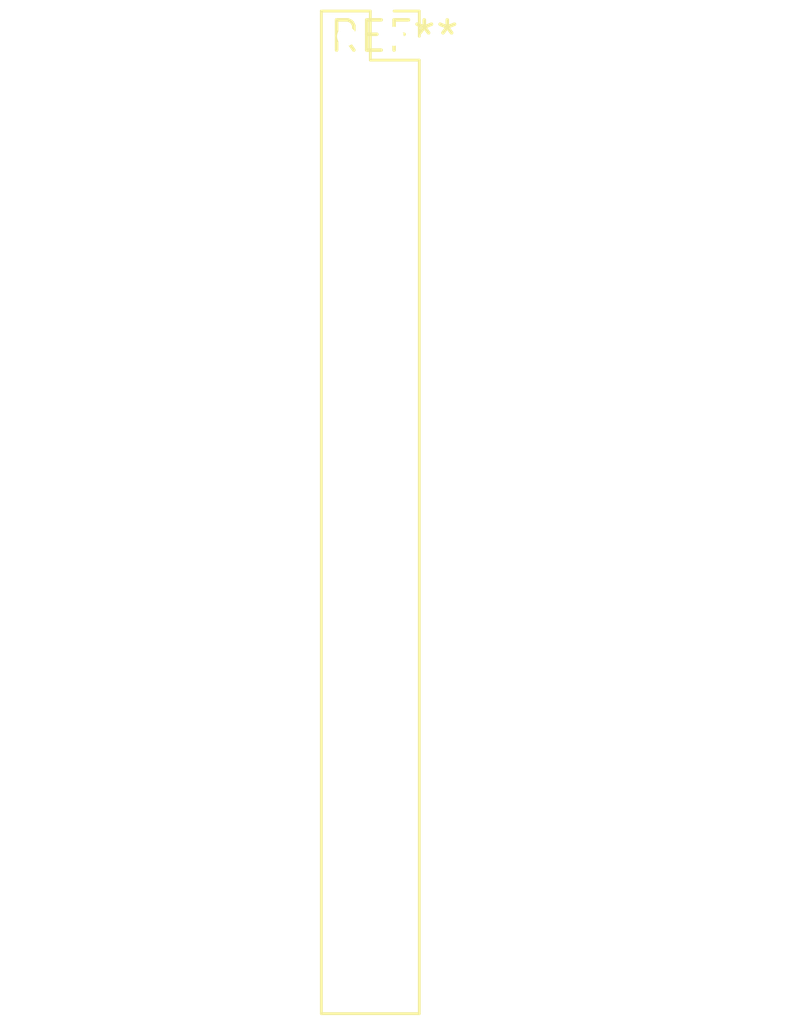
<source format=kicad_pcb>
(kicad_pcb (version 20240108) (generator pcbnew)
  (layers (0 "F.Cu" signal) (31 "B.Cu" signal) (34 "B.Paste" user) (35 "F.Paste" user) (36 "B.SilkS" user "B.Silkscreen") (37 "F.SilkS" user "F.Silkscreen") (38 "B.Mask" user) (39 "F.Mask" user) (44 "Edge.Cuts" user))
  (net 0 "")
  (footprint "PinSocket_2x21_P2.00mm_Vertical" (layer "F.Cu") (at 0 0)
    (property "Reference" "REF**")
    (property "Value" "PinSocket_2x21_P2.00mm_Vertical")
    (fp_line (start -3.06 -1.06) (end -3.06 41.06) (layer "F.SilkS") (stroke (width 0.12)))
    (fp_line (start -3.06 -1.06) (end -1 -1.06) (layer "F.SilkS") (stroke (width 0.12)))
    (fp_line (start -3.06 41.06) (end 1.06 41.06) (layer "F.SilkS") (stroke (width 0.12)))
    (fp_line (start -1 -1.06) (end -1 1) (layer "F.SilkS") (stroke (width 0.12)))
    (fp_line (start -1 1) (end 1.06 1) (layer "F.SilkS") (stroke (width 0.12)))
    (fp_line (start 0 -1.06) (end 1.06 -1.06) (layer "F.SilkS") (stroke (width 0.12)))
    (fp_line (start 1.06 -1.06) (end 1.06 0) (layer "F.SilkS") (stroke (width 0.12)))
    (fp_line (start 1.06 1) (end 1.06 41.06) (layer "F.SilkS") (stroke (width 0.12)))
    (pad "1" thru_hole rect (at 0 0) (size 1.35 1.35) (drill 0.8) (layers *.Cu *.Mask) (remove_unused_layers))
    (pad "2" thru_hole oval (at -2 0) (size 1.35 1.35) (drill 0.8) (layers *.Cu *.Mask) (remove_unused_layers))
    (pad "3" thru_hole oval (at 0 2) (size 1.35 1.35) (drill 0.8) (layers *.Cu *.Mask) (remove_unused_layers))
    (pad "4" thru_hole oval (at -2 2) (size 1.35 1.35) (drill 0.8) (layers *.Cu *.Mask) (remove_unused_layers))
    (pad "5" thru_hole oval (at 0 4) (size 1.35 1.35) (drill 0.8) (layers *.Cu *.Mask) (remove_unused_layers))
    (pad "6" thru_hole oval (at -2 4) (size 1.35 1.35) (drill 0.8) (layers *.Cu *.Mask) (remove_unused_layers))
    (pad "7" thru_hole oval (at 0 6) (size 1.35 1.35) (drill 0.8) (layers *.Cu *.Mask) (remove_unused_layers))
    (pad "8" thru_hole oval (at -2 6) (size 1.35 1.35) (drill 0.8) (layers *.Cu *.Mask) (remove_unused_layers))
    (pad "9" thru_hole oval (at 0 8) (size 1.35 1.35) (drill 0.8) (layers *.Cu *.Mask) (remove_unused_layers))
    (pad "10" thru_hole oval (at -2 8) (size 1.35 1.35) (drill 0.8) (layers *.Cu *.Mask) (remove_unused_layers))
    (pad "11" thru_hole oval (at 0 10) (size 1.35 1.35) (drill 0.8) (layers *.Cu *.Mask) (remove_unused_layers))
    (pad "12" thru_hole oval (at -2 10) (size 1.35 1.35) (drill 0.8) (layers *.Cu *.Mask) (remove_unused_layers))
    (pad "13" thru_hole oval (at 0 12) (size 1.35 1.35) (drill 0.8) (layers *.Cu *.Mask) (remove_unused_layers))
    (pad "14" thru_hole oval (at -2 12) (size 1.35 1.35) (drill 0.8) (layers *.Cu *.Mask) (remove_unused_layers))
    (pad "15" thru_hole oval (at 0 14) (size 1.35 1.35) (drill 0.8) (layers *.Cu *.Mask) (remove_unused_layers))
    (pad "16" thru_hole oval (at -2 14) (size 1.35 1.35) (drill 0.8) (layers *.Cu *.Mask) (remove_unused_layers))
    (pad "17" thru_hole oval (at 0 16) (size 1.35 1.35) (drill 0.8) (layers *.Cu *.Mask) (remove_unused_layers))
    (pad "18" thru_hole oval (at -2 16) (size 1.35 1.35) (drill 0.8) (layers *.Cu *.Mask) (remove_unused_layers))
    (pad "19" thru_hole oval (at 0 18) (size 1.35 1.35) (drill 0.8) (layers *.Cu *.Mask) (remove_unused_layers))
    (pad "20" thru_hole oval (at -2 18) (size 1.35 1.35) (drill 0.8) (layers *.Cu *.Mask) (remove_unused_layers))
    (pad "21" thru_hole oval (at 0 20) (size 1.35 1.35) (drill 0.8) (layers *.Cu *.Mask) (remove_unused_layers))
    (pad "22" thru_hole oval (at -2 20) (size 1.35 1.35) (drill 0.8) (layers *.Cu *.Mask) (remove_unused_layers))
    (pad "23" thru_hole oval (at 0 22) (size 1.35 1.35) (drill 0.8) (layers *.Cu *.Mask) (remove_unused_layers))
    (pad "24" thru_hole oval (at -2 22) (size 1.35 1.35) (drill 0.8) (layers *.Cu *.Mask) (remove_unused_layers))
    (pad "25" thru_hole oval (at 0 24) (size 1.35 1.35) (drill 0.8) (layers *.Cu *.Mask) (remove_unused_layers))
    (pad "26" thru_hole oval (at -2 24) (size 1.35 1.35) (drill 0.8) (layers *.Cu *.Mask) (remove_unused_layers))
    (pad "27" thru_hole oval (at 0 26) (size 1.35 1.35) (drill 0.8) (layers *.Cu *.Mask) (remove_unused_layers))
    (pad "28" thru_hole oval (at -2 26) (size 1.35 1.35) (drill 0.8) (layers *.Cu *.Mask) (remove_unused_layers))
    (pad "29" thru_hole oval (at 0 28) (size 1.35 1.35) (drill 0.8) (layers *.Cu *.Mask) (remove_unused_layers))
    (pad "30" thru_hole oval (at -2 28) (size 1.35 1.35) (drill 0.8) (layers *.Cu *.Mask) (remove_unused_layers))
    (pad "31" thru_hole oval (at 0 30) (size 1.35 1.35) (drill 0.8) (layers *.Cu *.Mask) (remove_unused_layers))
    (pad "32" thru_hole oval (at -2 30) (size 1.35 1.35) (drill 0.8) (layers *.Cu *.Mask) (remove_unused_layers))
    (pad "33" thru_hole oval (at 0 32) (size 1.35 1.35) (drill 0.8) (layers *.Cu *.Mask) (remove_unused_layers))
    (pad "34" thru_hole oval (at -2 32) (size 1.35 1.35) (drill 0.8) (layers *.Cu *.Mask) (remove_unused_layers))
    (pad "35" thru_hole oval (at 0 34) (size 1.35 1.35) (drill 0.8) (layers *.Cu *.Mask) (remove_unused_layers))
    (pad "36" thru_hole oval (at -2 34) (size 1.35 1.35) (drill 0.8) (layers *.Cu *.Mask) (remove_unused_layers))
    (pad "37" thru_hole oval (at 0 36) (size 1.35 1.35) (drill 0.8) (layers *.Cu *.Mask) (remove_unused_layers))
    (pad "38" thru_hole oval (at -2 36) (size 1.35 1.35) (drill 0.8) (layers *.Cu *.Mask) (remove_unused_layers))
    (pad "39" thru_hole oval (at 0 38) (size 1.35 1.35) (drill 0.8) (layers *.Cu *.Mask) (remove_unused_layers))
    (pad "40" thru_hole oval (at -2 38) (size 1.35 1.35) (drill 0.8) (layers *.Cu *.Mask) (remove_unused_layers))
    (pad "41" thru_hole oval (at 0 40) (size 1.35 1.35) (drill 0.8) (layers *.Cu *.Mask) (remove_unused_layers))
    (pad "42" thru_hole oval (at -2 40) (size 1.35 1.35) (drill 0.8) (layers *.Cu *.Mask) (remove_unused_layers))
  )
)
</source>
